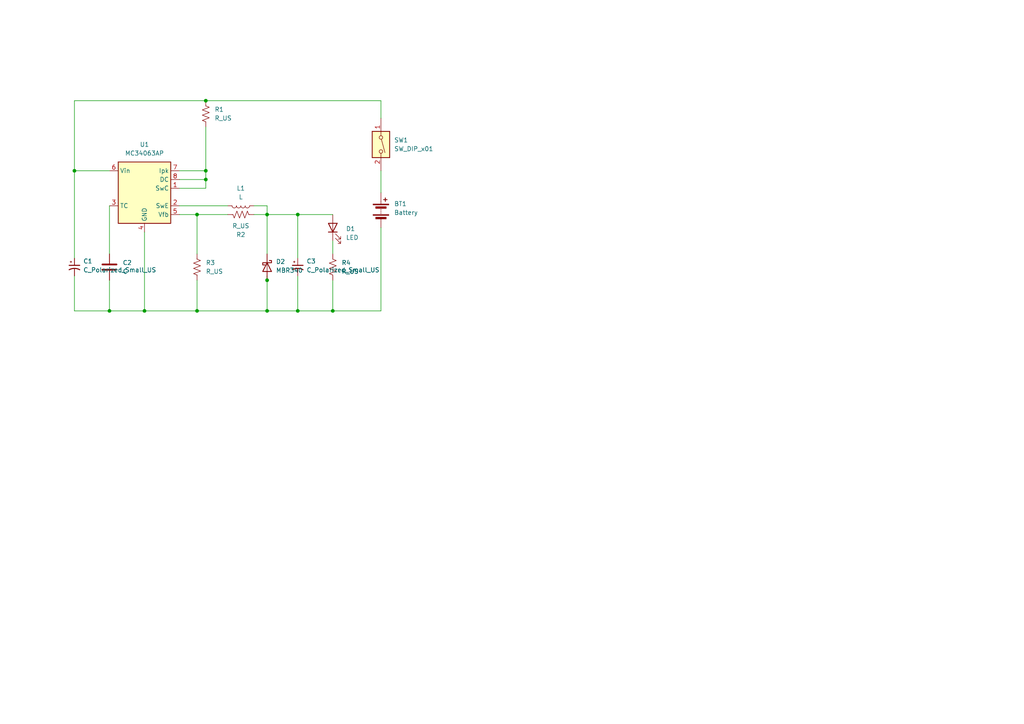
<source format=kicad_sch>
(kicad_sch (version 20230121) (generator eeschema)

  (uuid 93a50f65-bd73-4da3-9855-acf184e19ae5)

  (paper "A4")

  (lib_symbols
    (symbol "Device:Battery" (pin_numbers hide) (pin_names (offset 0) hide) (in_bom yes) (on_board yes)
      (property "Reference" "BT" (at 2.54 2.54 0)
        (effects (font (size 1.27 1.27)) (justify left))
      )
      (property "Value" "Battery" (at 2.54 0 0)
        (effects (font (size 1.27 1.27)) (justify left))
      )
      (property "Footprint" "" (at 0 1.524 90)
        (effects (font (size 1.27 1.27)) hide)
      )
      (property "Datasheet" "~" (at 0 1.524 90)
        (effects (font (size 1.27 1.27)) hide)
      )
      (property "ki_keywords" "batt voltage-source cell" (at 0 0 0)
        (effects (font (size 1.27 1.27)) hide)
      )
      (property "ki_description" "Multiple-cell battery" (at 0 0 0)
        (effects (font (size 1.27 1.27)) hide)
      )
      (symbol "Battery_0_1"
        (rectangle (start -2.286 -1.27) (end 2.286 -1.524)
          (stroke (width 0) (type default))
          (fill (type outline))
        )
        (rectangle (start -2.286 1.778) (end 2.286 1.524)
          (stroke (width 0) (type default))
          (fill (type outline))
        )
        (rectangle (start -1.524 -2.032) (end 1.524 -2.54)
          (stroke (width 0) (type default))
          (fill (type outline))
        )
        (rectangle (start -1.524 1.016) (end 1.524 0.508)
          (stroke (width 0) (type default))
          (fill (type outline))
        )
        (polyline
          (pts
            (xy 0 -1.016)
            (xy 0 -0.762)
          )
          (stroke (width 0) (type default))
          (fill (type none))
        )
        (polyline
          (pts
            (xy 0 -0.508)
            (xy 0 -0.254)
          )
          (stroke (width 0) (type default))
          (fill (type none))
        )
        (polyline
          (pts
            (xy 0 0)
            (xy 0 0.254)
          )
          (stroke (width 0) (type default))
          (fill (type none))
        )
        (polyline
          (pts
            (xy 0 1.778)
            (xy 0 2.54)
          )
          (stroke (width 0) (type default))
          (fill (type none))
        )
        (polyline
          (pts
            (xy 0.762 3.048)
            (xy 1.778 3.048)
          )
          (stroke (width 0.254) (type default))
          (fill (type none))
        )
        (polyline
          (pts
            (xy 1.27 3.556)
            (xy 1.27 2.54)
          )
          (stroke (width 0.254) (type default))
          (fill (type none))
        )
      )
      (symbol "Battery_1_1"
        (pin passive line (at 0 5.08 270) (length 2.54)
          (name "+" (effects (font (size 1.27 1.27))))
          (number "1" (effects (font (size 1.27 1.27))))
        )
        (pin passive line (at 0 -5.08 90) (length 2.54)
          (name "-" (effects (font (size 1.27 1.27))))
          (number "2" (effects (font (size 1.27 1.27))))
        )
      )
    )
    (symbol "Device:C" (pin_numbers hide) (pin_names (offset 0.254)) (in_bom yes) (on_board yes)
      (property "Reference" "C" (at 0.635 2.54 0)
        (effects (font (size 1.27 1.27)) (justify left))
      )
      (property "Value" "C" (at 0.635 -2.54 0)
        (effects (font (size 1.27 1.27)) (justify left))
      )
      (property "Footprint" "" (at 0.9652 -3.81 0)
        (effects (font (size 1.27 1.27)) hide)
      )
      (property "Datasheet" "~" (at 0 0 0)
        (effects (font (size 1.27 1.27)) hide)
      )
      (property "ki_keywords" "cap capacitor" (at 0 0 0)
        (effects (font (size 1.27 1.27)) hide)
      )
      (property "ki_description" "Unpolarized capacitor" (at 0 0 0)
        (effects (font (size 1.27 1.27)) hide)
      )
      (property "ki_fp_filters" "C_*" (at 0 0 0)
        (effects (font (size 1.27 1.27)) hide)
      )
      (symbol "C_0_1"
        (polyline
          (pts
            (xy -2.032 -0.762)
            (xy 2.032 -0.762)
          )
          (stroke (width 0.508) (type default))
          (fill (type none))
        )
        (polyline
          (pts
            (xy -2.032 0.762)
            (xy 2.032 0.762)
          )
          (stroke (width 0.508) (type default))
          (fill (type none))
        )
      )
      (symbol "C_1_1"
        (pin passive line (at 0 3.81 270) (length 2.794)
          (name "~" (effects (font (size 1.27 1.27))))
          (number "1" (effects (font (size 1.27 1.27))))
        )
        (pin passive line (at 0 -3.81 90) (length 2.794)
          (name "~" (effects (font (size 1.27 1.27))))
          (number "2" (effects (font (size 1.27 1.27))))
        )
      )
    )
    (symbol "Device:C_Polarized_Small_US" (pin_numbers hide) (pin_names (offset 0.254) hide) (in_bom yes) (on_board yes)
      (property "Reference" "C" (at 0.254 1.778 0)
        (effects (font (size 1.27 1.27)) (justify left))
      )
      (property "Value" "C_Polarized_Small_US" (at 0.254 -2.032 0)
        (effects (font (size 1.27 1.27)) (justify left))
      )
      (property "Footprint" "" (at 0 0 0)
        (effects (font (size 1.27 1.27)) hide)
      )
      (property "Datasheet" "~" (at 0 0 0)
        (effects (font (size 1.27 1.27)) hide)
      )
      (property "ki_keywords" "cap capacitor" (at 0 0 0)
        (effects (font (size 1.27 1.27)) hide)
      )
      (property "ki_description" "Polarized capacitor, small US symbol" (at 0 0 0)
        (effects (font (size 1.27 1.27)) hide)
      )
      (property "ki_fp_filters" "CP_*" (at 0 0 0)
        (effects (font (size 1.27 1.27)) hide)
      )
      (symbol "C_Polarized_Small_US_0_1"
        (polyline
          (pts
            (xy -1.524 0.508)
            (xy 1.524 0.508)
          )
          (stroke (width 0.3048) (type default))
          (fill (type none))
        )
        (polyline
          (pts
            (xy -1.27 1.524)
            (xy -0.762 1.524)
          )
          (stroke (width 0) (type default))
          (fill (type none))
        )
        (polyline
          (pts
            (xy -1.016 1.27)
            (xy -1.016 1.778)
          )
          (stroke (width 0) (type default))
          (fill (type none))
        )
        (arc (start 1.524 -0.762) (mid 0 -0.3734) (end -1.524 -0.762)
          (stroke (width 0.3048) (type default))
          (fill (type none))
        )
      )
      (symbol "C_Polarized_Small_US_1_1"
        (pin passive line (at 0 2.54 270) (length 2.032)
          (name "~" (effects (font (size 1.27 1.27))))
          (number "1" (effects (font (size 1.27 1.27))))
        )
        (pin passive line (at 0 -2.54 90) (length 2.032)
          (name "~" (effects (font (size 1.27 1.27))))
          (number "2" (effects (font (size 1.27 1.27))))
        )
      )
    )
    (symbol "Device:L" (pin_numbers hide) (pin_names (offset 1.016) hide) (in_bom yes) (on_board yes)
      (property "Reference" "L" (at -1.27 0 90)
        (effects (font (size 1.27 1.27)))
      )
      (property "Value" "L" (at 1.905 0 90)
        (effects (font (size 1.27 1.27)))
      )
      (property "Footprint" "" (at 0 0 0)
        (effects (font (size 1.27 1.27)) hide)
      )
      (property "Datasheet" "~" (at 0 0 0)
        (effects (font (size 1.27 1.27)) hide)
      )
      (property "ki_keywords" "inductor choke coil reactor magnetic" (at 0 0 0)
        (effects (font (size 1.27 1.27)) hide)
      )
      (property "ki_description" "Inductor" (at 0 0 0)
        (effects (font (size 1.27 1.27)) hide)
      )
      (property "ki_fp_filters" "Choke_* *Coil* Inductor_* L_*" (at 0 0 0)
        (effects (font (size 1.27 1.27)) hide)
      )
      (symbol "L_0_1"
        (arc (start 0 -2.54) (mid 0.6323 -1.905) (end 0 -1.27)
          (stroke (width 0) (type default))
          (fill (type none))
        )
        (arc (start 0 -1.27) (mid 0.6323 -0.635) (end 0 0)
          (stroke (width 0) (type default))
          (fill (type none))
        )
        (arc (start 0 0) (mid 0.6323 0.635) (end 0 1.27)
          (stroke (width 0) (type default))
          (fill (type none))
        )
        (arc (start 0 1.27) (mid 0.6323 1.905) (end 0 2.54)
          (stroke (width 0) (type default))
          (fill (type none))
        )
      )
      (symbol "L_1_1"
        (pin passive line (at 0 3.81 270) (length 1.27)
          (name "1" (effects (font (size 1.27 1.27))))
          (number "1" (effects (font (size 1.27 1.27))))
        )
        (pin passive line (at 0 -3.81 90) (length 1.27)
          (name "2" (effects (font (size 1.27 1.27))))
          (number "2" (effects (font (size 1.27 1.27))))
        )
      )
    )
    (symbol "Device:LED" (pin_numbers hide) (pin_names (offset 1.016) hide) (in_bom yes) (on_board yes)
      (property "Reference" "D" (at 0 2.54 0)
        (effects (font (size 1.27 1.27)))
      )
      (property "Value" "LED" (at 0 -2.54 0)
        (effects (font (size 1.27 1.27)))
      )
      (property "Footprint" "" (at 0 0 0)
        (effects (font (size 1.27 1.27)) hide)
      )
      (property "Datasheet" "~" (at 0 0 0)
        (effects (font (size 1.27 1.27)) hide)
      )
      (property "ki_keywords" "LED diode" (at 0 0 0)
        (effects (font (size 1.27 1.27)) hide)
      )
      (property "ki_description" "Light emitting diode" (at 0 0 0)
        (effects (font (size 1.27 1.27)) hide)
      )
      (property "ki_fp_filters" "LED* LED_SMD:* LED_THT:*" (at 0 0 0)
        (effects (font (size 1.27 1.27)) hide)
      )
      (symbol "LED_0_1"
        (polyline
          (pts
            (xy -1.27 -1.27)
            (xy -1.27 1.27)
          )
          (stroke (width 0.254) (type default))
          (fill (type none))
        )
        (polyline
          (pts
            (xy -1.27 0)
            (xy 1.27 0)
          )
          (stroke (width 0) (type default))
          (fill (type none))
        )
        (polyline
          (pts
            (xy 1.27 -1.27)
            (xy 1.27 1.27)
            (xy -1.27 0)
            (xy 1.27 -1.27)
          )
          (stroke (width 0.254) (type default))
          (fill (type none))
        )
        (polyline
          (pts
            (xy -3.048 -0.762)
            (xy -4.572 -2.286)
            (xy -3.81 -2.286)
            (xy -4.572 -2.286)
            (xy -4.572 -1.524)
          )
          (stroke (width 0) (type default))
          (fill (type none))
        )
        (polyline
          (pts
            (xy -1.778 -0.762)
            (xy -3.302 -2.286)
            (xy -2.54 -2.286)
            (xy -3.302 -2.286)
            (xy -3.302 -1.524)
          )
          (stroke (width 0) (type default))
          (fill (type none))
        )
      )
      (symbol "LED_1_1"
        (pin passive line (at -3.81 0 0) (length 2.54)
          (name "K" (effects (font (size 1.27 1.27))))
          (number "1" (effects (font (size 1.27 1.27))))
        )
        (pin passive line (at 3.81 0 180) (length 2.54)
          (name "A" (effects (font (size 1.27 1.27))))
          (number "2" (effects (font (size 1.27 1.27))))
        )
      )
    )
    (symbol "Device:R_US" (pin_numbers hide) (pin_names (offset 0)) (in_bom yes) (on_board yes)
      (property "Reference" "R" (at 2.54 0 90)
        (effects (font (size 1.27 1.27)))
      )
      (property "Value" "R_US" (at -2.54 0 90)
        (effects (font (size 1.27 1.27)))
      )
      (property "Footprint" "" (at 1.016 -0.254 90)
        (effects (font (size 1.27 1.27)) hide)
      )
      (property "Datasheet" "~" (at 0 0 0)
        (effects (font (size 1.27 1.27)) hide)
      )
      (property "ki_keywords" "R res resistor" (at 0 0 0)
        (effects (font (size 1.27 1.27)) hide)
      )
      (property "ki_description" "Resistor, US symbol" (at 0 0 0)
        (effects (font (size 1.27 1.27)) hide)
      )
      (property "ki_fp_filters" "R_*" (at 0 0 0)
        (effects (font (size 1.27 1.27)) hide)
      )
      (symbol "R_US_0_1"
        (polyline
          (pts
            (xy 0 -2.286)
            (xy 0 -2.54)
          )
          (stroke (width 0) (type default))
          (fill (type none))
        )
        (polyline
          (pts
            (xy 0 2.286)
            (xy 0 2.54)
          )
          (stroke (width 0) (type default))
          (fill (type none))
        )
        (polyline
          (pts
            (xy 0 -0.762)
            (xy 1.016 -1.143)
            (xy 0 -1.524)
            (xy -1.016 -1.905)
            (xy 0 -2.286)
          )
          (stroke (width 0) (type default))
          (fill (type none))
        )
        (polyline
          (pts
            (xy 0 0.762)
            (xy 1.016 0.381)
            (xy 0 0)
            (xy -1.016 -0.381)
            (xy 0 -0.762)
          )
          (stroke (width 0) (type default))
          (fill (type none))
        )
        (polyline
          (pts
            (xy 0 2.286)
            (xy 1.016 1.905)
            (xy 0 1.524)
            (xy -1.016 1.143)
            (xy 0 0.762)
          )
          (stroke (width 0) (type default))
          (fill (type none))
        )
      )
      (symbol "R_US_1_1"
        (pin passive line (at 0 3.81 270) (length 1.27)
          (name "~" (effects (font (size 1.27 1.27))))
          (number "1" (effects (font (size 1.27 1.27))))
        )
        (pin passive line (at 0 -3.81 90) (length 1.27)
          (name "~" (effects (font (size 1.27 1.27))))
          (number "2" (effects (font (size 1.27 1.27))))
        )
      )
    )
    (symbol "Diode:MBR340" (pin_numbers hide) (pin_names (offset 1.016) hide) (in_bom yes) (on_board yes)
      (property "Reference" "D" (at 0 2.54 0)
        (effects (font (size 1.27 1.27)))
      )
      (property "Value" "MBR340" (at 0 -2.54 0)
        (effects (font (size 1.27 1.27)))
      )
      (property "Footprint" "Diode_THT:D_DO-201AD_P15.24mm_Horizontal" (at 0 -4.445 0)
        (effects (font (size 1.27 1.27)) hide)
      )
      (property "Datasheet" "http://www.onsemi.com/pub_link/Collateral/MBR340-D.PDF" (at 0 0 0)
        (effects (font (size 1.27 1.27)) hide)
      )
      (property "ki_keywords" "diode Schottky" (at 0 0 0)
        (effects (font (size 1.27 1.27)) hide)
      )
      (property "ki_description" "40V 3A Schottky Barrier Rectifier Diode, DO-201AD" (at 0 0 0)
        (effects (font (size 1.27 1.27)) hide)
      )
      (property "ki_fp_filters" "D*DO?201AD*" (at 0 0 0)
        (effects (font (size 1.27 1.27)) hide)
      )
      (symbol "MBR340_0_1"
        (polyline
          (pts
            (xy 1.27 0)
            (xy -1.27 0)
          )
          (stroke (width 0) (type default))
          (fill (type none))
        )
        (polyline
          (pts
            (xy 1.27 1.27)
            (xy 1.27 -1.27)
            (xy -1.27 0)
            (xy 1.27 1.27)
          )
          (stroke (width 0.254) (type default))
          (fill (type none))
        )
        (polyline
          (pts
            (xy -1.905 0.635)
            (xy -1.905 1.27)
            (xy -1.27 1.27)
            (xy -1.27 -1.27)
            (xy -0.635 -1.27)
            (xy -0.635 -0.635)
          )
          (stroke (width 0.254) (type default))
          (fill (type none))
        )
      )
      (symbol "MBR340_1_1"
        (pin passive line (at -3.81 0 0) (length 2.54)
          (name "K" (effects (font (size 1.27 1.27))))
          (number "1" (effects (font (size 1.27 1.27))))
        )
        (pin passive line (at 3.81 0 180) (length 2.54)
          (name "A" (effects (font (size 1.27 1.27))))
          (number "2" (effects (font (size 1.27 1.27))))
        )
      )
    )
    (symbol "Regulator_Switching:MC34063AP" (in_bom yes) (on_board yes)
      (property "Reference" "U" (at -7.62 8.89 0)
        (effects (font (size 1.27 1.27)) (justify left))
      )
      (property "Value" "MC34063AP" (at 0 8.89 0)
        (effects (font (size 1.27 1.27)) (justify left))
      )
      (property "Footprint" "Package_DIP:DIP-8_W7.62mm" (at 1.27 -11.43 0)
        (effects (font (size 1.27 1.27)) (justify left) hide)
      )
      (property "Datasheet" "http://www.onsemi.com/pub_link/Collateral/MC34063A-D.PDF" (at 12.7 -2.54 0)
        (effects (font (size 1.27 1.27)) hide)
      )
      (property "ki_keywords" "smps buck boost inverting" (at 0 0 0)
        (effects (font (size 1.27 1.27)) hide)
      )
      (property "ki_description" "1.5A, step-up/down/inverting switching regulator, 3-40V Vin, 100kHz, DIP-8" (at 0 0 0)
        (effects (font (size 1.27 1.27)) hide)
      )
      (property "ki_fp_filters" "DIP*W7.62mm*" (at 0 0 0)
        (effects (font (size 1.27 1.27)) hide)
      )
      (symbol "MC34063AP_0_1"
        (rectangle (start -7.62 7.62) (end 7.62 -10.16)
          (stroke (width 0.254) (type default))
          (fill (type background))
        )
      )
      (symbol "MC34063AP_1_1"
        (pin open_collector line (at 10.16 0 180) (length 2.54)
          (name "SwC" (effects (font (size 1.27 1.27))))
          (number "1" (effects (font (size 1.27 1.27))))
        )
        (pin open_emitter line (at 10.16 -5.08 180) (length 2.54)
          (name "SwE" (effects (font (size 1.27 1.27))))
          (number "2" (effects (font (size 1.27 1.27))))
        )
        (pin passive line (at -10.16 -5.08 0) (length 2.54)
          (name "TC" (effects (font (size 1.27 1.27))))
          (number "3" (effects (font (size 1.27 1.27))))
        )
        (pin power_in line (at 0 -12.7 90) (length 2.54)
          (name "GND" (effects (font (size 1.27 1.27))))
          (number "4" (effects (font (size 1.27 1.27))))
        )
        (pin input line (at 10.16 -7.62 180) (length 2.54)
          (name "Vfb" (effects (font (size 1.27 1.27))))
          (number "5" (effects (font (size 1.27 1.27))))
        )
        (pin power_in line (at -10.16 5.08 0) (length 2.54)
          (name "Vin" (effects (font (size 1.27 1.27))))
          (number "6" (effects (font (size 1.27 1.27))))
        )
        (pin input line (at 10.16 5.08 180) (length 2.54)
          (name "Ipk" (effects (font (size 1.27 1.27))))
          (number "7" (effects (font (size 1.27 1.27))))
        )
        (pin open_collector line (at 10.16 2.54 180) (length 2.54)
          (name "DC" (effects (font (size 1.27 1.27))))
          (number "8" (effects (font (size 1.27 1.27))))
        )
      )
    )
    (symbol "Switch:SW_DIP_x01" (pin_names (offset 0) hide) (in_bom yes) (on_board yes)
      (property "Reference" "SW" (at 0 3.81 0)
        (effects (font (size 1.27 1.27)))
      )
      (property "Value" "SW_DIP_x01" (at 0 -3.81 0)
        (effects (font (size 1.27 1.27)))
      )
      (property "Footprint" "" (at 0 0 0)
        (effects (font (size 1.27 1.27)) hide)
      )
      (property "Datasheet" "~" (at 0 0 0)
        (effects (font (size 1.27 1.27)) hide)
      )
      (property "ki_keywords" "dip switch" (at 0 0 0)
        (effects (font (size 1.27 1.27)) hide)
      )
      (property "ki_description" "1x DIP Switch, Single Pole Single Throw (SPST) switch, small symbol" (at 0 0 0)
        (effects (font (size 1.27 1.27)) hide)
      )
      (property "ki_fp_filters" "SW?DIP?x1*" (at 0 0 0)
        (effects (font (size 1.27 1.27)) hide)
      )
      (symbol "SW_DIP_x01_0_0"
        (circle (center -2.032 0) (radius 0.508)
          (stroke (width 0) (type default))
          (fill (type none))
        )
        (polyline
          (pts
            (xy -1.524 0.127)
            (xy 2.3622 1.1684)
          )
          (stroke (width 0) (type default))
          (fill (type none))
        )
        (circle (center 2.032 0) (radius 0.508)
          (stroke (width 0) (type default))
          (fill (type none))
        )
      )
      (symbol "SW_DIP_x01_0_1"
        (rectangle (start -3.81 2.54) (end 3.81 -2.54)
          (stroke (width 0.254) (type default))
          (fill (type background))
        )
      )
      (symbol "SW_DIP_x01_1_1"
        (pin passive line (at -7.62 0 0) (length 5.08)
          (name "~" (effects (font (size 1.27 1.27))))
          (number "1" (effects (font (size 1.27 1.27))))
        )
        (pin passive line (at 7.62 0 180) (length 5.08)
          (name "~" (effects (font (size 1.27 1.27))))
          (number "2" (effects (font (size 1.27 1.27))))
        )
      )
    )
  )

  (junction (at 77.47 62.23) (diameter 0) (color 0 0 0 0)
    (uuid 31b2ce66-3f39-46e1-b697-b4093b163e3b)
  )
  (junction (at 41.91 90.17) (diameter 0) (color 0 0 0 0)
    (uuid 391771d4-7ca1-424c-9840-49791aeb12b8)
  )
  (junction (at 21.59 49.53) (diameter 0) (color 0 0 0 0)
    (uuid 4c11b578-7c41-4766-b599-4b4bf7d667fd)
  )
  (junction (at 57.15 90.17) (diameter 0) (color 0 0 0 0)
    (uuid 50a5c696-f6af-4144-9ef4-22876438af12)
  )
  (junction (at 96.52 90.17) (diameter 0) (color 0 0 0 0)
    (uuid 53c988e5-584a-4341-b21c-e20e52f20dc4)
  )
  (junction (at 86.36 62.23) (diameter 0) (color 0 0 0 0)
    (uuid 5ffb6d40-fbca-4071-8cca-eeece76b65db)
  )
  (junction (at 77.47 90.17) (diameter 0) (color 0 0 0 0)
    (uuid 654b1442-0183-4654-8364-eef0884c77d4)
  )
  (junction (at 57.15 62.23) (diameter 0) (color 0 0 0 0)
    (uuid 738c28f1-c977-4379-9308-edab5958cc77)
  )
  (junction (at 59.69 29.21) (diameter 0) (color 0 0 0 0)
    (uuid 765155fe-5617-4e53-b9af-45494300b29b)
  )
  (junction (at 77.47 81.28) (diameter 0) (color 0 0 0 0)
    (uuid 996911e6-d6cf-4eb3-b99f-8f84715f5209)
  )
  (junction (at 86.36 90.17) (diameter 0) (color 0 0 0 0)
    (uuid a3eedb67-cf6e-49f6-8997-c160eae78d85)
  )
  (junction (at 59.69 49.53) (diameter 0) (color 0 0 0 0)
    (uuid b582df60-7cfb-4f8b-a339-c2223280bf4b)
  )
  (junction (at 31.75 90.17) (diameter 0) (color 0 0 0 0)
    (uuid b5c0ec94-21a5-4708-b117-a8186a986c2f)
  )
  (junction (at 59.69 52.07) (diameter 0) (color 0 0 0 0)
    (uuid bb267740-4b07-4d49-821b-1a90a353ce96)
  )

  (wire (pts (xy 31.75 49.53) (xy 21.59 49.53))
    (stroke (width 0) (type default))
    (uuid 09a86ebf-401e-4636-b9f1-556531340447)
  )
  (wire (pts (xy 77.47 90.17) (xy 86.36 90.17))
    (stroke (width 0) (type default))
    (uuid 09b34925-2225-447d-8c63-c0873e0ad943)
  )
  (wire (pts (xy 31.75 59.69) (xy 31.75 73.66))
    (stroke (width 0) (type default))
    (uuid 134c8eb8-a701-4723-b818-ea74cbc2fd7c)
  )
  (wire (pts (xy 41.91 67.31) (xy 41.91 90.17))
    (stroke (width 0) (type default))
    (uuid 14cc29bc-9c5e-497f-868a-5b0d6ac0b15f)
  )
  (wire (pts (xy 52.07 54.61) (xy 59.69 54.61))
    (stroke (width 0) (type default))
    (uuid 1f2dfb28-e7cc-4e42-8005-126826184012)
  )
  (wire (pts (xy 52.07 62.23) (xy 57.15 62.23))
    (stroke (width 0) (type default))
    (uuid 257a1b5a-ceb2-4c61-ab59-b5ac34139bda)
  )
  (wire (pts (xy 110.49 29.21) (xy 59.69 29.21))
    (stroke (width 0) (type default))
    (uuid 2a57c53f-7969-47b3-bb16-665864c827e2)
  )
  (wire (pts (xy 21.59 29.21) (xy 21.59 49.53))
    (stroke (width 0) (type default))
    (uuid 2edc01f9-9d8c-4aee-9088-db0c6648ebab)
  )
  (wire (pts (xy 86.36 74.93) (xy 86.36 62.23))
    (stroke (width 0) (type default))
    (uuid 33c2d03e-f805-4d34-9499-b139516f80e9)
  )
  (wire (pts (xy 77.47 81.28) (xy 77.47 90.17))
    (stroke (width 0) (type default))
    (uuid 390ffdd8-a657-4ef9-be5f-97ef3b7fbab4)
  )
  (wire (pts (xy 86.36 62.23) (xy 77.47 62.23))
    (stroke (width 0) (type default))
    (uuid 3f6ad2b0-a596-40ac-befb-306537bc4096)
  )
  (wire (pts (xy 21.59 90.17) (xy 21.59 80.01))
    (stroke (width 0) (type default))
    (uuid 44c02d88-69a5-4298-987a-22db22a144d3)
  )
  (wire (pts (xy 57.15 62.23) (xy 66.04 62.23))
    (stroke (width 0) (type default))
    (uuid 45e0f4d9-7e15-40cd-a1fa-ecda3a71aee2)
  )
  (wire (pts (xy 52.07 49.53) (xy 59.69 49.53))
    (stroke (width 0) (type default))
    (uuid 4c969864-2ddf-4b86-ba86-0b350a408afa)
  )
  (wire (pts (xy 77.47 59.69) (xy 77.47 62.23))
    (stroke (width 0) (type default))
    (uuid 4fc7e876-7be6-4481-b7ae-cf31bdb7d80b)
  )
  (wire (pts (xy 57.15 62.23) (xy 57.15 73.66))
    (stroke (width 0) (type default))
    (uuid 51862c98-397c-45ff-8e60-518c7a0e30d4)
  )
  (wire (pts (xy 31.75 90.17) (xy 41.91 90.17))
    (stroke (width 0) (type default))
    (uuid 56858de1-16ec-40d4-b48e-c4358c61fb65)
  )
  (wire (pts (xy 59.69 52.07) (xy 59.69 49.53))
    (stroke (width 0) (type default))
    (uuid 5c50ba2d-8d14-4c15-bd93-fc1abe5e6b93)
  )
  (wire (pts (xy 86.36 80.01) (xy 86.36 90.17))
    (stroke (width 0) (type default))
    (uuid 60de3d14-e73a-4cf3-b339-2ce5ebb70e12)
  )
  (wire (pts (xy 96.52 90.17) (xy 110.49 90.17))
    (stroke (width 0) (type default))
    (uuid 65bb0b5a-2e86-4e80-a367-bb58291580fe)
  )
  (wire (pts (xy 110.49 66.04) (xy 110.49 90.17))
    (stroke (width 0) (type default))
    (uuid 67f71b39-3ce1-40c4-a34a-4f73cb535ceb)
  )
  (wire (pts (xy 86.36 90.17) (xy 96.52 90.17))
    (stroke (width 0) (type default))
    (uuid 727a8e88-b512-43fa-b05e-fd2a6ba4616f)
  )
  (wire (pts (xy 31.75 81.28) (xy 31.75 90.17))
    (stroke (width 0) (type default))
    (uuid 77ca9f09-4900-49cc-a31b-b67099ff02f2)
  )
  (wire (pts (xy 73.66 62.23) (xy 77.47 62.23))
    (stroke (width 0) (type default))
    (uuid 7eaa0cb4-b028-4dc3-ba4a-f1dd6ffbd37a)
  )
  (wire (pts (xy 59.69 54.61) (xy 59.69 52.07))
    (stroke (width 0) (type default))
    (uuid 88c8f1b0-5d2b-4fc8-a1a3-f980c3824c13)
  )
  (wire (pts (xy 77.47 80.01) (xy 77.47 81.28))
    (stroke (width 0) (type default))
    (uuid 8daff559-b9fd-4581-bdd7-709e4523437b)
  )
  (wire (pts (xy 77.47 62.23) (xy 77.47 73.66))
    (stroke (width 0) (type default))
    (uuid 9094617a-73dd-4b8c-acfe-c6d83189f2cc)
  )
  (wire (pts (xy 96.52 69.85) (xy 96.52 73.66))
    (stroke (width 0) (type default))
    (uuid 91c5a506-4598-4a08-b341-14ffcdf7680e)
  )
  (wire (pts (xy 57.15 81.28) (xy 57.15 90.17))
    (stroke (width 0) (type default))
    (uuid 9286b6bf-6a4f-4af8-a581-e26d98fac826)
  )
  (wire (pts (xy 86.36 62.23) (xy 96.52 62.23))
    (stroke (width 0) (type default))
    (uuid 9bbfc447-c5e4-4975-8223-48381aca0670)
  )
  (wire (pts (xy 41.91 90.17) (xy 57.15 90.17))
    (stroke (width 0) (type default))
    (uuid 9d3c21e7-9157-40b4-a986-1139f463f92b)
  )
  (wire (pts (xy 21.59 90.17) (xy 31.75 90.17))
    (stroke (width 0) (type default))
    (uuid 9f6e6573-6943-47b8-8c57-7f6a2b305944)
  )
  (wire (pts (xy 59.69 29.21) (xy 21.59 29.21))
    (stroke (width 0) (type default))
    (uuid a20312be-0dec-480f-a556-9499809d3cc4)
  )
  (wire (pts (xy 73.66 59.69) (xy 77.47 59.69))
    (stroke (width 0) (type default))
    (uuid b3b69f0a-37df-4426-afef-4ec1558ebca0)
  )
  (wire (pts (xy 96.52 81.28) (xy 96.52 90.17))
    (stroke (width 0) (type default))
    (uuid c6ce2a56-4475-494c-8de5-0382b24f23c1)
  )
  (wire (pts (xy 52.07 52.07) (xy 59.69 52.07))
    (stroke (width 0) (type default))
    (uuid c7772860-a4df-438e-aed0-11fc2e9dbb6c)
  )
  (wire (pts (xy 57.15 90.17) (xy 77.47 90.17))
    (stroke (width 0) (type default))
    (uuid c9ff67cf-1715-46ee-958c-f01f63762ea0)
  )
  (wire (pts (xy 59.69 49.53) (xy 59.69 36.83))
    (stroke (width 0) (type default))
    (uuid dad2924e-cba2-477c-ba89-347b5106acfa)
  )
  (wire (pts (xy 110.49 34.29) (xy 110.49 29.21))
    (stroke (width 0) (type default))
    (uuid ddf7b38e-4005-48b8-9d5d-710316c857b9)
  )
  (wire (pts (xy 110.49 49.53) (xy 110.49 55.88))
    (stroke (width 0) (type default))
    (uuid e05d2dfd-4f15-43c6-9443-8cec40d6601d)
  )
  (wire (pts (xy 21.59 49.53) (xy 21.59 74.93))
    (stroke (width 0) (type default))
    (uuid e27a6fdd-026f-40d0-b3fa-2d49448527f3)
  )
  (wire (pts (xy 52.07 59.69) (xy 66.04 59.69))
    (stroke (width 0) (type default))
    (uuid fba198f0-0c6f-4537-9f30-d178e1c278bb)
  )

  (symbol (lib_id "Device:LED") (at 96.52 66.04 90) (unit 1)
    (in_bom yes) (on_board yes) (dnp no) (fields_autoplaced)
    (uuid 05b739c6-8905-4bbe-a334-97f0984926df)
    (property "Reference" "D1" (at 100.33 66.3575 90)
      (effects (font (size 1.27 1.27)) (justify right))
    )
    (property "Value" "LED" (at 100.33 68.8975 90)
      (effects (font (size 1.27 1.27)) (justify right))
    )
    (property "Footprint" "LED_THT:LED_D3.0mm" (at 96.52 66.04 0)
      (effects (font (size 1.27 1.27)) hide)
    )
    (property "Datasheet" "~" (at 96.52 66.04 0)
      (effects (font (size 1.27 1.27)) hide)
    )
    (pin "1" (uuid ba29ef36-3f61-456a-8eb0-23270d775db1))
    (pin "2" (uuid 28ab5876-04a6-4b27-866c-2ccb63a423b5))
    (instances
      (project "DC-DC Conveter"
        (path "/93a50f65-bd73-4da3-9855-acf184e19ae5"
          (reference "D1") (unit 1)
        )
      )
    )
  )

  (symbol (lib_id "Device:C_Polarized_Small_US") (at 86.36 77.47 0) (unit 1)
    (in_bom yes) (on_board yes) (dnp no) (fields_autoplaced)
    (uuid 252e49e1-e815-489e-a12e-7062b8a029da)
    (property "Reference" "C3" (at 88.9 75.7682 0)
      (effects (font (size 1.27 1.27)) (justify left))
    )
    (property "Value" "C_Polarized_Small_US" (at 88.9 78.3082 0)
      (effects (font (size 1.27 1.27)) (justify left))
    )
    (property "Footprint" "Capacitor_THT:CP_Radial_D5.0mm_P2.00mm" (at 86.36 77.47 0)
      (effects (font (size 1.27 1.27)) hide)
    )
    (property "Datasheet" "~" (at 86.36 77.47 0)
      (effects (font (size 1.27 1.27)) hide)
    )
    (pin "1" (uuid 468616e6-6c4f-479d-9600-249d1300e195))
    (pin "2" (uuid adfb0e0d-d0f9-4c82-b9bd-7bebb3617e30))
    (instances
      (project "DC-DC Conveter"
        (path "/93a50f65-bd73-4da3-9855-acf184e19ae5"
          (reference "C3") (unit 1)
        )
      )
    )
  )

  (symbol (lib_id "Regulator_Switching:MC34063AP") (at 41.91 54.61 0) (unit 1)
    (in_bom yes) (on_board yes) (dnp no) (fields_autoplaced)
    (uuid 58b20667-a042-45e2-bbb3-32907c1a1fad)
    (property "Reference" "U1" (at 41.91 41.91 0)
      (effects (font (size 1.27 1.27)))
    )
    (property "Value" "MC34063AP" (at 41.91 44.45 0)
      (effects (font (size 1.27 1.27)))
    )
    (property "Footprint" "Package_DIP:DIP-8_W7.62mm" (at 43.18 66.04 0)
      (effects (font (size 1.27 1.27)) (justify left) hide)
    )
    (property "Datasheet" "http://www.onsemi.com/pub_link/Collateral/MC34063A-D.PDF" (at 54.61 57.15 0)
      (effects (font (size 1.27 1.27)) hide)
    )
    (pin "1" (uuid 3b477e08-7d4e-47af-a3a2-81da2bcf15a0))
    (pin "2" (uuid a44a9934-c3a9-4f9a-a1ac-6de3ad8738da))
    (pin "3" (uuid 468dbc69-a445-4dd1-a421-d8a2f45d9a21))
    (pin "4" (uuid 99807b1a-d708-4df3-92a6-3d6419d16b9b))
    (pin "5" (uuid 516206c5-f058-4dcb-883b-ca69af276bd8))
    (pin "6" (uuid 386ca979-d221-4321-89f3-d196601a70be))
    (pin "7" (uuid 9fe1b5f1-66be-4edc-b21b-ba2c553886c4))
    (pin "8" (uuid 20936186-aef9-43d0-a1e6-824f43ab9be4))
    (instances
      (project "DC-DC Conveter"
        (path "/93a50f65-bd73-4da3-9855-acf184e19ae5"
          (reference "U1") (unit 1)
        )
      )
    )
  )

  (symbol (lib_id "Device:R_US") (at 59.69 33.02 0) (unit 1)
    (in_bom yes) (on_board yes) (dnp no) (fields_autoplaced)
    (uuid 717edde0-ed51-47d7-a795-6ec14f73d7f0)
    (property "Reference" "R1" (at 62.23 31.75 0)
      (effects (font (size 1.27 1.27)) (justify left))
    )
    (property "Value" "R_US" (at 62.23 34.29 0)
      (effects (font (size 1.27 1.27)) (justify left))
    )
    (property "Footprint" "Resistor_THT:R_Axial_DIN0414_L11.9mm_D4.5mm_P15.24mm_Horizontal" (at 60.706 33.274 90)
      (effects (font (size 1.27 1.27)) hide)
    )
    (property "Datasheet" "~" (at 59.69 33.02 0)
      (effects (font (size 1.27 1.27)) hide)
    )
    (pin "1" (uuid e22cb19f-a348-48cb-a183-797bd614f060))
    (pin "2" (uuid 2f7e6b9e-ccab-4eb0-b502-97efe0a57769))
    (instances
      (project "DC-DC Conveter"
        (path "/93a50f65-bd73-4da3-9855-acf184e19ae5"
          (reference "R1") (unit 1)
        )
      )
    )
  )

  (symbol (lib_id "Device:L") (at 69.85 59.69 270) (unit 1)
    (in_bom yes) (on_board yes) (dnp no) (fields_autoplaced)
    (uuid 7829f522-8838-4cd2-8b2f-02388d3fe6f8)
    (property "Reference" "L1" (at 69.85 54.61 90)
      (effects (font (size 1.27 1.27)))
    )
    (property "Value" "L" (at 69.85 57.15 90)
      (effects (font (size 1.27 1.27)))
    )
    (property "Footprint" "Inductor_THT:L_Toroid_Vertical_L14.0mm_W6.3mm_P4.57mm_Pulse_A" (at 69.85 59.69 0)
      (effects (font (size 1.27 1.27)) hide)
    )
    (property "Datasheet" "~" (at 69.85 59.69 0)
      (effects (font (size 1.27 1.27)) hide)
    )
    (pin "1" (uuid e8d0c7ca-97e6-45cb-8709-ca42f233ebfd))
    (pin "2" (uuid 007c55fb-0196-4dd4-bc8b-babd1301c8bc))
    (instances
      (project "DC-DC Conveter"
        (path "/93a50f65-bd73-4da3-9855-acf184e19ae5"
          (reference "L1") (unit 1)
        )
      )
    )
  )

  (symbol (lib_id "Switch:SW_DIP_x01") (at 110.49 41.91 270) (unit 1)
    (in_bom yes) (on_board yes) (dnp no) (fields_autoplaced)
    (uuid 8154807e-9b21-49e9-a9b7-7f37d2d38682)
    (property "Reference" "SW1" (at 114.3 40.64 90)
      (effects (font (size 1.27 1.27)) (justify left))
    )
    (property "Value" "SW_DIP_x01" (at 114.3 43.18 90)
      (effects (font (size 1.27 1.27)) (justify left))
    )
    (property "Footprint" "Button_Switch_THT:SW_DIP_SPSTx01_Slide_9.78x4.72mm_W7.62mm_P2.54mm" (at 110.49 41.91 0)
      (effects (font (size 1.27 1.27)) hide)
    )
    (property "Datasheet" "~" (at 110.49 41.91 0)
      (effects (font (size 1.27 1.27)) hide)
    )
    (pin "1" (uuid 03ee3130-e8ff-44ca-ad2e-1b261fc53538))
    (pin "2" (uuid bc2ee139-2c7d-45cc-926e-7a3769ce58c9))
    (instances
      (project "DC-DC Conveter"
        (path "/93a50f65-bd73-4da3-9855-acf184e19ae5"
          (reference "SW1") (unit 1)
        )
      )
    )
  )

  (symbol (lib_id "Device:C") (at 31.75 77.47 0) (unit 1)
    (in_bom yes) (on_board yes) (dnp no) (fields_autoplaced)
    (uuid 8deab2e3-791b-416d-8f5e-949b8cbfb6ca)
    (property "Reference" "C2" (at 35.56 76.2 0)
      (effects (font (size 1.27 1.27)) (justify left))
    )
    (property "Value" "C" (at 35.56 78.74 0)
      (effects (font (size 1.27 1.27)) (justify left))
    )
    (property "Footprint" "Capacitor_THT:C_Disc_D5.0mm_W2.5mm_P5.00mm" (at 32.7152 81.28 0)
      (effects (font (size 1.27 1.27)) hide)
    )
    (property "Datasheet" "~" (at 31.75 77.47 0)
      (effects (font (size 1.27 1.27)) hide)
    )
    (pin "1" (uuid db0fc47c-7ed7-4e26-b396-b997c2774035))
    (pin "2" (uuid 4a5bda83-ef10-4e43-a12a-27555f7387ef))
    (instances
      (project "DC-DC Conveter"
        (path "/93a50f65-bd73-4da3-9855-acf184e19ae5"
          (reference "C2") (unit 1)
        )
      )
    )
  )

  (symbol (lib_id "Device:C_Polarized_Small_US") (at 21.59 77.47 0) (unit 1)
    (in_bom yes) (on_board yes) (dnp no) (fields_autoplaced)
    (uuid 9328edbe-2ff5-41a9-8785-8e955672d9ba)
    (property "Reference" "C1" (at 24.13 75.7682 0)
      (effects (font (size 1.27 1.27)) (justify left))
    )
    (property "Value" "C_Polarized_Small_US" (at 24.13 78.3082 0)
      (effects (font (size 1.27 1.27)) (justify left))
    )
    (property "Footprint" "Capacitor_THT:CP_Radial_D6.3mm_P2.50mm" (at 21.59 77.47 0)
      (effects (font (size 1.27 1.27)) hide)
    )
    (property "Datasheet" "~" (at 21.59 77.47 0)
      (effects (font (size 1.27 1.27)) hide)
    )
    (pin "1" (uuid 47d15eba-bd3a-4b64-bdf6-438c76dc7e98))
    (pin "2" (uuid a0cc5821-fbd2-4c0e-851d-c84b2e7f4672))
    (instances
      (project "DC-DC Conveter"
        (path "/93a50f65-bd73-4da3-9855-acf184e19ae5"
          (reference "C1") (unit 1)
        )
      )
    )
  )

  (symbol (lib_id "Diode:MBR340") (at 77.47 77.47 270) (unit 1)
    (in_bom yes) (on_board yes) (dnp no) (fields_autoplaced)
    (uuid c2ab280f-b5d2-412d-9c08-5b172e9282b7)
    (property "Reference" "D2" (at 80.01 75.8825 90)
      (effects (font (size 1.27 1.27)) (justify left))
    )
    (property "Value" "MBR340" (at 80.01 78.4225 90)
      (effects (font (size 1.27 1.27)) (justify left))
    )
    (property "Footprint" "Diode_THT:D_DO-201AD_P15.24mm_Horizontal" (at 73.025 77.47 0)
      (effects (font (size 1.27 1.27)) hide)
    )
    (property "Datasheet" "http://www.onsemi.com/pub_link/Collateral/MBR340-D.PDF" (at 77.47 77.47 0)
      (effects (font (size 1.27 1.27)) hide)
    )
    (pin "1" (uuid 2947ae90-6a13-47a8-bc37-650da21a3a7f))
    (pin "2" (uuid c239cbe3-eaf9-4dc4-9eb3-a9aef7a0dd14))
    (instances
      (project "DC-DC Conveter"
        (path "/93a50f65-bd73-4da3-9855-acf184e19ae5"
          (reference "D2") (unit 1)
        )
      )
    )
  )

  (symbol (lib_id "Device:R_US") (at 96.52 77.47 0) (unit 1)
    (in_bom yes) (on_board yes) (dnp no) (fields_autoplaced)
    (uuid c2b23de6-2835-40b4-9d95-c3b5e9a23c83)
    (property "Reference" "R4" (at 99.06 76.2 0)
      (effects (font (size 1.27 1.27)) (justify left))
    )
    (property "Value" "R_US" (at 99.06 78.74 0)
      (effects (font (size 1.27 1.27)) (justify left))
    )
    (property "Footprint" "Resistor_THT:R_Axial_DIN0614_L14.3mm_D5.7mm_P20.32mm_Horizontal" (at 97.536 77.724 90)
      (effects (font (size 1.27 1.27)) hide)
    )
    (property "Datasheet" "~" (at 96.52 77.47 0)
      (effects (font (size 1.27 1.27)) hide)
    )
    (pin "1" (uuid 47c3be33-ed10-4d14-9c87-9d23cf4a02e3))
    (pin "2" (uuid a7d81a4f-28b0-4fad-a93c-10c36a60f940))
    (instances
      (project "DC-DC Conveter"
        (path "/93a50f65-bd73-4da3-9855-acf184e19ae5"
          (reference "R4") (unit 1)
        )
      )
    )
  )

  (symbol (lib_id "Device:Battery") (at 110.49 60.96 0) (unit 1)
    (in_bom yes) (on_board yes) (dnp no) (fields_autoplaced)
    (uuid da0cd874-106b-4224-86a8-412eab018a7b)
    (property "Reference" "BT1" (at 114.3 59.1185 0)
      (effects (font (size 1.27 1.27)) (justify left))
    )
    (property "Value" "Battery" (at 114.3 61.6585 0)
      (effects (font (size 1.27 1.27)) (justify left))
    )
    (property "Footprint" "Connector_PinHeader_1.00mm:PinHeader_1x02_P1.00mm_Vertical" (at 110.49 59.436 90)
      (effects (font (size 1.27 1.27)) hide)
    )
    (property "Datasheet" "~" (at 110.49 59.436 90)
      (effects (font (size 1.27 1.27)) hide)
    )
    (pin "1" (uuid 4ac387f8-133f-424b-a34e-0b7f69894536))
    (pin "2" (uuid 9cf17875-b29a-4ba1-acbb-f8e93f37444d))
    (instances
      (project "DC-DC Conveter"
        (path "/93a50f65-bd73-4da3-9855-acf184e19ae5"
          (reference "BT1") (unit 1)
        )
      )
    )
  )

  (symbol (lib_id "Device:R_US") (at 69.85 62.23 270) (mirror x) (unit 1)
    (in_bom yes) (on_board yes) (dnp no)
    (uuid ded73747-e26e-488d-ad09-99da49e5327f)
    (property "Reference" "R2" (at 69.85 68.0627 90)
      (effects (font (size 1.27 1.27)))
    )
    (property "Value" "R_US" (at 69.85 65.5227 90)
      (effects (font (size 1.27 1.27)))
    )
    (property "Footprint" "Resistor_THT:R_Axial_DIN0414_L11.9mm_D4.5mm_P15.24mm_Horizontal" (at 69.596 61.214 90)
      (effects (font (size 1.27 1.27)) hide)
    )
    (property "Datasheet" "~" (at 69.85 62.23 0)
      (effects (font (size 1.27 1.27)) hide)
    )
    (pin "1" (uuid c6eac041-d6f1-4188-a471-a834c8848dad))
    (pin "2" (uuid e73198f3-6cad-48b5-927a-66d5dd075293))
    (instances
      (project "DC-DC Conveter"
        (path "/93a50f65-bd73-4da3-9855-acf184e19ae5"
          (reference "R2") (unit 1)
        )
      )
    )
  )

  (symbol (lib_id "Device:R_US") (at 57.15 77.47 0) (unit 1)
    (in_bom yes) (on_board yes) (dnp no) (fields_autoplaced)
    (uuid e96efca0-34ce-43b3-9ad4-bb71e48fa127)
    (property "Reference" "R3" (at 59.69 76.2 0)
      (effects (font (size 1.27 1.27)) (justify left))
    )
    (property "Value" "R_US" (at 59.69 78.74 0)
      (effects (font (size 1.27 1.27)) (justify left))
    )
    (property "Footprint" "Resistor_THT:R_Axial_DIN0414_L11.9mm_D4.5mm_P15.24mm_Horizontal" (at 58.166 77.724 90)
      (effects (font (size 1.27 1.27)) hide)
    )
    (property "Datasheet" "~" (at 57.15 77.47 0)
      (effects (font (size 1.27 1.27)) hide)
    )
    (pin "1" (uuid 20cb9eca-59de-4d60-8508-225f41d1e544))
    (pin "2" (uuid 4ff5e8bd-7c5a-4df7-a555-c09ec207caa5))
    (instances
      (project "DC-DC Conveter"
        (path "/93a50f65-bd73-4da3-9855-acf184e19ae5"
          (reference "R3") (unit 1)
        )
      )
    )
  )

  (sheet_instances
    (path "/" (page "1"))
  )
)

</source>
